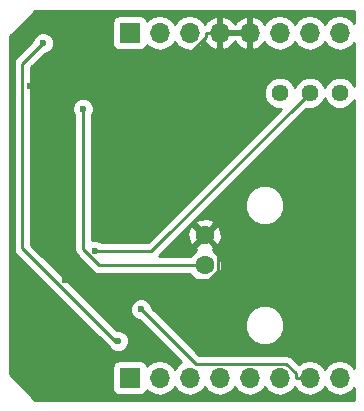
<source format=gbl>
G04 #@! TF.FileFunction,Copper,L2,Bot,Signal*
%FSLAX46Y46*%
G04 Gerber Fmt 4.6, Leading zero omitted, Abs format (unit mm)*
G04 Created by KiCad (PCBNEW 4.0.7-e2-6376~58~ubuntu17.04.1) date Wed Oct  4 03:32:47 2017*
%MOMM*%
%LPD*%
G01*
G04 APERTURE LIST*
%ADD10C,0.100000*%
%ADD11C,1.600000*%
%ADD12R,1.700000X1.700000*%
%ADD13O,1.700000X1.700000*%
%ADD14C,1.440000*%
%ADD15C,0.600000*%
%ADD16C,0.250000*%
%ADD17C,0.254000*%
G04 APERTURE END LIST*
D10*
D11*
X165100000Y-108585000D03*
X165100000Y-111125000D03*
D12*
X158750000Y-120650000D03*
D13*
X161290000Y-120650000D03*
X163830000Y-120650000D03*
X166370000Y-120650000D03*
X168910000Y-120650000D03*
X171450000Y-120650000D03*
X173990000Y-120650000D03*
X176530000Y-120650000D03*
D12*
X158750000Y-91440000D03*
D13*
X161290000Y-91440000D03*
X163830000Y-91440000D03*
X166370000Y-91440000D03*
X168910000Y-91440000D03*
X171450000Y-91440000D03*
X173990000Y-91440000D03*
X176530000Y-91440000D03*
D14*
X176530000Y-96520000D03*
X173990000Y-96520000D03*
X171450000Y-96520000D03*
D15*
X159727300Y-114864400D03*
X153295400Y-112404700D03*
X150308200Y-95985100D03*
X155844300Y-109904800D03*
X154799700Y-97872500D03*
X157780600Y-117551600D03*
X151431200Y-92307700D03*
D16*
X173990000Y-120650000D02*
X172814700Y-120650000D01*
X164337600Y-119474700D02*
X159727300Y-114864400D01*
X172006800Y-119474700D02*
X164337600Y-119474700D01*
X172814700Y-120282600D02*
X172006800Y-119474700D01*
X172814700Y-120650000D02*
X172814700Y-120282600D01*
X168910000Y-91440000D02*
X166370000Y-91440000D01*
X161016900Y-95985100D02*
X150308200Y-95985100D01*
X165194700Y-91807300D02*
X161016900Y-95985100D01*
X165194700Y-91440000D02*
X165194700Y-91807300D01*
X166370000Y-91440000D02*
X165194700Y-91440000D01*
X165446000Y-112404700D02*
X153295400Y-112404700D01*
X166236100Y-111614600D02*
X165446000Y-112404700D01*
X166236100Y-109721100D02*
X166236100Y-111614600D01*
X165100000Y-108585000D02*
X166236100Y-109721100D01*
X160605200Y-109904800D02*
X155844300Y-109904800D01*
X173990000Y-96520000D02*
X160605200Y-109904800D01*
X156180200Y-111125000D02*
X165100000Y-111125000D01*
X154799700Y-109744500D02*
X156180200Y-111125000D01*
X154799700Y-97872500D02*
X154799700Y-109744500D01*
X157547800Y-117551600D02*
X157780600Y-117551600D01*
X149682900Y-109686700D02*
X157547800Y-117551600D01*
X149682900Y-94056000D02*
X149682900Y-109686700D01*
X151431200Y-92307700D02*
X149682900Y-94056000D01*
D17*
G36*
X177750000Y-90615196D02*
X177580054Y-90360853D01*
X177098285Y-90038946D01*
X176530000Y-89925907D01*
X175961715Y-90038946D01*
X175479946Y-90360853D01*
X175260000Y-90690026D01*
X175040054Y-90360853D01*
X174558285Y-90038946D01*
X173990000Y-89925907D01*
X173421715Y-90038946D01*
X172939946Y-90360853D01*
X172720000Y-90690026D01*
X172500054Y-90360853D01*
X172018285Y-90038946D01*
X171450000Y-89925907D01*
X170881715Y-90038946D01*
X170399946Y-90360853D01*
X170172298Y-90701553D01*
X170105183Y-90558642D01*
X169676924Y-90168355D01*
X169266890Y-89998524D01*
X169037000Y-90119845D01*
X169037000Y-91313000D01*
X169057000Y-91313000D01*
X169057000Y-91567000D01*
X169037000Y-91567000D01*
X169037000Y-92760155D01*
X169266890Y-92881476D01*
X169676924Y-92711645D01*
X170105183Y-92321358D01*
X170172298Y-92178447D01*
X170399946Y-92519147D01*
X170881715Y-92841054D01*
X171450000Y-92954093D01*
X172018285Y-92841054D01*
X172500054Y-92519147D01*
X172720000Y-92189974D01*
X172939946Y-92519147D01*
X173421715Y-92841054D01*
X173990000Y-92954093D01*
X174558285Y-92841054D01*
X175040054Y-92519147D01*
X175260000Y-92189974D01*
X175479946Y-92519147D01*
X175961715Y-92841054D01*
X176530000Y-92954093D01*
X177098285Y-92841054D01*
X177580054Y-92519147D01*
X177750000Y-92264804D01*
X177750000Y-95924363D01*
X177679383Y-95753457D01*
X177298548Y-95371957D01*
X176800709Y-95165236D01*
X176261656Y-95164765D01*
X175763457Y-95370617D01*
X175381957Y-95751452D01*
X175259955Y-96045264D01*
X175139383Y-95753457D01*
X174758548Y-95371957D01*
X174260709Y-95165236D01*
X173721656Y-95164765D01*
X173223457Y-95370617D01*
X172841957Y-95751452D01*
X172719955Y-96045264D01*
X172599383Y-95753457D01*
X172218548Y-95371957D01*
X171720709Y-95165236D01*
X171181656Y-95164765D01*
X170683457Y-95370617D01*
X170301957Y-95751452D01*
X170095236Y-96249291D01*
X170094765Y-96788344D01*
X170300617Y-97286543D01*
X170681452Y-97668043D01*
X171179291Y-97874764D01*
X171560101Y-97875097D01*
X160290398Y-109144800D01*
X156406763Y-109144800D01*
X156374627Y-109112608D01*
X156031099Y-108969962D01*
X155659133Y-108969638D01*
X155559700Y-109010723D01*
X155559700Y-98434963D01*
X155591892Y-98402827D01*
X155734538Y-98059299D01*
X155734862Y-97687333D01*
X155592817Y-97343557D01*
X155330027Y-97080308D01*
X154986499Y-96937662D01*
X154614533Y-96937338D01*
X154270757Y-97079383D01*
X154007508Y-97342173D01*
X153864862Y-97685701D01*
X153864538Y-98057667D01*
X154006583Y-98401443D01*
X154039700Y-98434618D01*
X154039700Y-109744500D01*
X154097552Y-110035339D01*
X154262299Y-110281901D01*
X155642799Y-111662401D01*
X155889361Y-111827148D01*
X156180200Y-111885000D01*
X163861354Y-111885000D01*
X163882757Y-111936800D01*
X164286077Y-112340824D01*
X164813309Y-112559750D01*
X165384187Y-112560248D01*
X165911800Y-112342243D01*
X166315824Y-111938923D01*
X166534750Y-111411691D01*
X166535248Y-110840813D01*
X166317243Y-110313200D01*
X165913923Y-109909176D01*
X165799232Y-109861552D01*
X165854005Y-109838864D01*
X165928139Y-109592745D01*
X165100000Y-108764605D01*
X164271861Y-109592745D01*
X164345995Y-109838864D01*
X164404254Y-109859805D01*
X164288200Y-109907757D01*
X163884176Y-110311077D01*
X163861785Y-110365000D01*
X161219802Y-110365000D01*
X163216579Y-108368223D01*
X163653035Y-108368223D01*
X163680222Y-108938454D01*
X163846136Y-109339005D01*
X164092255Y-109413139D01*
X164920395Y-108585000D01*
X165279605Y-108585000D01*
X166107745Y-109413139D01*
X166353864Y-109339005D01*
X166546965Y-108801777D01*
X166519778Y-108231546D01*
X166353864Y-107830995D01*
X166107745Y-107756861D01*
X165279605Y-108585000D01*
X164920395Y-108585000D01*
X164092255Y-107756861D01*
X163846136Y-107830995D01*
X163653035Y-108368223D01*
X163216579Y-108368223D01*
X164007547Y-107577255D01*
X164271861Y-107577255D01*
X165100000Y-108405395D01*
X165928139Y-107577255D01*
X165854005Y-107331136D01*
X165316777Y-107138035D01*
X164746546Y-107165222D01*
X164345995Y-107331136D01*
X164271861Y-107577255D01*
X164007547Y-107577255D01*
X165207095Y-106377707D01*
X168499709Y-106377707D01*
X168754935Y-106995400D01*
X169227114Y-107468404D01*
X169844361Y-107724708D01*
X170512707Y-107725291D01*
X171130400Y-107470065D01*
X171603404Y-106997886D01*
X171859708Y-106380639D01*
X171860291Y-105712293D01*
X171605065Y-105094600D01*
X171132886Y-104621596D01*
X170515639Y-104365292D01*
X169847293Y-104364709D01*
X169229600Y-104619935D01*
X168756596Y-105092114D01*
X168500292Y-105709361D01*
X168499709Y-106377707D01*
X165207095Y-106377707D01*
X173712753Y-97872049D01*
X173719291Y-97874764D01*
X174258344Y-97875235D01*
X174756543Y-97669383D01*
X175138043Y-97288548D01*
X175260045Y-96994736D01*
X175380617Y-97286543D01*
X175761452Y-97668043D01*
X176259291Y-97874764D01*
X176798344Y-97875235D01*
X177296543Y-97669383D01*
X177678043Y-97288548D01*
X177750000Y-97115256D01*
X177750000Y-119825196D01*
X177580054Y-119570853D01*
X177098285Y-119248946D01*
X176530000Y-119135907D01*
X175961715Y-119248946D01*
X175479946Y-119570853D01*
X175260000Y-119900026D01*
X175040054Y-119570853D01*
X174558285Y-119248946D01*
X173990000Y-119135907D01*
X173421715Y-119248946D01*
X173082502Y-119475600D01*
X172544201Y-118937299D01*
X172297639Y-118772552D01*
X172006800Y-118714700D01*
X164652402Y-118714700D01*
X162475409Y-116537707D01*
X168499709Y-116537707D01*
X168754935Y-117155400D01*
X169227114Y-117628404D01*
X169844361Y-117884708D01*
X170512707Y-117885291D01*
X171130400Y-117630065D01*
X171603404Y-117157886D01*
X171859708Y-116540639D01*
X171860291Y-115872293D01*
X171605065Y-115254600D01*
X171132886Y-114781596D01*
X170515639Y-114525292D01*
X169847293Y-114524709D01*
X169229600Y-114779935D01*
X168756596Y-115252114D01*
X168500292Y-115869361D01*
X168499709Y-116537707D01*
X162475409Y-116537707D01*
X160662422Y-114724720D01*
X160662462Y-114679233D01*
X160520417Y-114335457D01*
X160257627Y-114072208D01*
X159914099Y-113929562D01*
X159542133Y-113929238D01*
X159198357Y-114071283D01*
X158935108Y-114334073D01*
X158792462Y-114677601D01*
X158792138Y-115049567D01*
X158934183Y-115393343D01*
X159196973Y-115656592D01*
X159540501Y-115799238D01*
X159587377Y-115799279D01*
X163127034Y-119338936D01*
X162779946Y-119570853D01*
X162560000Y-119900026D01*
X162340054Y-119570853D01*
X161858285Y-119248946D01*
X161290000Y-119135907D01*
X160721715Y-119248946D01*
X160239946Y-119570853D01*
X160212150Y-119612452D01*
X160203162Y-119564683D01*
X160064090Y-119348559D01*
X159851890Y-119203569D01*
X159600000Y-119152560D01*
X157900000Y-119152560D01*
X157664683Y-119196838D01*
X157448559Y-119335910D01*
X157303569Y-119548110D01*
X157252560Y-119800000D01*
X157252560Y-121500000D01*
X157296838Y-121735317D01*
X157435910Y-121951441D01*
X157648110Y-122096431D01*
X157900000Y-122147440D01*
X159600000Y-122147440D01*
X159835317Y-122103162D01*
X160051441Y-121964090D01*
X160196431Y-121751890D01*
X160210086Y-121684459D01*
X160239946Y-121729147D01*
X160721715Y-122051054D01*
X161290000Y-122164093D01*
X161858285Y-122051054D01*
X162340054Y-121729147D01*
X162560000Y-121399974D01*
X162779946Y-121729147D01*
X163261715Y-122051054D01*
X163830000Y-122164093D01*
X164398285Y-122051054D01*
X164880054Y-121729147D01*
X165100000Y-121399974D01*
X165319946Y-121729147D01*
X165801715Y-122051054D01*
X166370000Y-122164093D01*
X166938285Y-122051054D01*
X167420054Y-121729147D01*
X167640000Y-121399974D01*
X167859946Y-121729147D01*
X168341715Y-122051054D01*
X168910000Y-122164093D01*
X169478285Y-122051054D01*
X169960054Y-121729147D01*
X170180000Y-121399974D01*
X170399946Y-121729147D01*
X170881715Y-122051054D01*
X171450000Y-122164093D01*
X172018285Y-122051054D01*
X172500054Y-121729147D01*
X172720000Y-121399974D01*
X172939946Y-121729147D01*
X173421715Y-122051054D01*
X173990000Y-122164093D01*
X174558285Y-122051054D01*
X175040054Y-121729147D01*
X175260000Y-121399974D01*
X175479946Y-121729147D01*
X175961715Y-122051054D01*
X176530000Y-122164093D01*
X177098285Y-122051054D01*
X177580054Y-121729147D01*
X177750000Y-121474804D01*
X177750000Y-122505000D01*
X150778736Y-122505000D01*
X148640000Y-120366264D01*
X148640000Y-94056000D01*
X148922900Y-94056000D01*
X148922900Y-109686700D01*
X148980752Y-109977539D01*
X149145499Y-110224101D01*
X156977303Y-118055905D01*
X156987483Y-118080543D01*
X157250273Y-118343792D01*
X157593801Y-118486438D01*
X157965767Y-118486762D01*
X158309543Y-118344717D01*
X158572792Y-118081927D01*
X158715438Y-117738399D01*
X158715762Y-117366433D01*
X158573717Y-117022657D01*
X158310927Y-116759408D01*
X157967399Y-116616762D01*
X157687520Y-116616518D01*
X150442900Y-109371898D01*
X150442900Y-94370802D01*
X151570880Y-93242822D01*
X151616367Y-93242862D01*
X151960143Y-93100817D01*
X152223392Y-92838027D01*
X152366038Y-92494499D01*
X152366362Y-92122533D01*
X152224317Y-91778757D01*
X151961527Y-91515508D01*
X151617999Y-91372862D01*
X151246033Y-91372538D01*
X150902257Y-91514583D01*
X150639008Y-91777373D01*
X150496362Y-92120901D01*
X150496321Y-92167777D01*
X149145499Y-93518599D01*
X148980752Y-93765161D01*
X148922900Y-94056000D01*
X148640000Y-94056000D01*
X148640000Y-91723736D01*
X149773736Y-90590000D01*
X157252560Y-90590000D01*
X157252560Y-92290000D01*
X157296838Y-92525317D01*
X157435910Y-92741441D01*
X157648110Y-92886431D01*
X157900000Y-92937440D01*
X159600000Y-92937440D01*
X159835317Y-92893162D01*
X160051441Y-92754090D01*
X160196431Y-92541890D01*
X160210086Y-92474459D01*
X160239946Y-92519147D01*
X160721715Y-92841054D01*
X161290000Y-92954093D01*
X161858285Y-92841054D01*
X162340054Y-92519147D01*
X162560000Y-92189974D01*
X162779946Y-92519147D01*
X163261715Y-92841054D01*
X163830000Y-92954093D01*
X164398285Y-92841054D01*
X164880054Y-92519147D01*
X165107702Y-92178447D01*
X165174817Y-92321358D01*
X165603076Y-92711645D01*
X166013110Y-92881476D01*
X166243000Y-92760155D01*
X166243000Y-91567000D01*
X166497000Y-91567000D01*
X166497000Y-92760155D01*
X166726890Y-92881476D01*
X167136924Y-92711645D01*
X167565183Y-92321358D01*
X167640000Y-92162046D01*
X167714817Y-92321358D01*
X168143076Y-92711645D01*
X168553110Y-92881476D01*
X168783000Y-92760155D01*
X168783000Y-91567000D01*
X166497000Y-91567000D01*
X166243000Y-91567000D01*
X166223000Y-91567000D01*
X166223000Y-91313000D01*
X166243000Y-91313000D01*
X166243000Y-90119845D01*
X166497000Y-90119845D01*
X166497000Y-91313000D01*
X168783000Y-91313000D01*
X168783000Y-90119845D01*
X168553110Y-89998524D01*
X168143076Y-90168355D01*
X167714817Y-90558642D01*
X167640000Y-90717954D01*
X167565183Y-90558642D01*
X167136924Y-90168355D01*
X166726890Y-89998524D01*
X166497000Y-90119845D01*
X166243000Y-90119845D01*
X166013110Y-89998524D01*
X165603076Y-90168355D01*
X165174817Y-90558642D01*
X165107702Y-90701553D01*
X164880054Y-90360853D01*
X164398285Y-90038946D01*
X163830000Y-89925907D01*
X163261715Y-90038946D01*
X162779946Y-90360853D01*
X162560000Y-90690026D01*
X162340054Y-90360853D01*
X161858285Y-90038946D01*
X161290000Y-89925907D01*
X160721715Y-90038946D01*
X160239946Y-90360853D01*
X160212150Y-90402452D01*
X160203162Y-90354683D01*
X160064090Y-90138559D01*
X159851890Y-89993569D01*
X159600000Y-89942560D01*
X157900000Y-89942560D01*
X157664683Y-89986838D01*
X157448559Y-90125910D01*
X157303569Y-90338110D01*
X157252560Y-90590000D01*
X149773736Y-90590000D01*
X150778736Y-89585000D01*
X177750000Y-89585000D01*
X177750000Y-90615196D01*
X177750000Y-90615196D01*
G37*
X177750000Y-90615196D02*
X177580054Y-90360853D01*
X177098285Y-90038946D01*
X176530000Y-89925907D01*
X175961715Y-90038946D01*
X175479946Y-90360853D01*
X175260000Y-90690026D01*
X175040054Y-90360853D01*
X174558285Y-90038946D01*
X173990000Y-89925907D01*
X173421715Y-90038946D01*
X172939946Y-90360853D01*
X172720000Y-90690026D01*
X172500054Y-90360853D01*
X172018285Y-90038946D01*
X171450000Y-89925907D01*
X170881715Y-90038946D01*
X170399946Y-90360853D01*
X170172298Y-90701553D01*
X170105183Y-90558642D01*
X169676924Y-90168355D01*
X169266890Y-89998524D01*
X169037000Y-90119845D01*
X169037000Y-91313000D01*
X169057000Y-91313000D01*
X169057000Y-91567000D01*
X169037000Y-91567000D01*
X169037000Y-92760155D01*
X169266890Y-92881476D01*
X169676924Y-92711645D01*
X170105183Y-92321358D01*
X170172298Y-92178447D01*
X170399946Y-92519147D01*
X170881715Y-92841054D01*
X171450000Y-92954093D01*
X172018285Y-92841054D01*
X172500054Y-92519147D01*
X172720000Y-92189974D01*
X172939946Y-92519147D01*
X173421715Y-92841054D01*
X173990000Y-92954093D01*
X174558285Y-92841054D01*
X175040054Y-92519147D01*
X175260000Y-92189974D01*
X175479946Y-92519147D01*
X175961715Y-92841054D01*
X176530000Y-92954093D01*
X177098285Y-92841054D01*
X177580054Y-92519147D01*
X177750000Y-92264804D01*
X177750000Y-95924363D01*
X177679383Y-95753457D01*
X177298548Y-95371957D01*
X176800709Y-95165236D01*
X176261656Y-95164765D01*
X175763457Y-95370617D01*
X175381957Y-95751452D01*
X175259955Y-96045264D01*
X175139383Y-95753457D01*
X174758548Y-95371957D01*
X174260709Y-95165236D01*
X173721656Y-95164765D01*
X173223457Y-95370617D01*
X172841957Y-95751452D01*
X172719955Y-96045264D01*
X172599383Y-95753457D01*
X172218548Y-95371957D01*
X171720709Y-95165236D01*
X171181656Y-95164765D01*
X170683457Y-95370617D01*
X170301957Y-95751452D01*
X170095236Y-96249291D01*
X170094765Y-96788344D01*
X170300617Y-97286543D01*
X170681452Y-97668043D01*
X171179291Y-97874764D01*
X171560101Y-97875097D01*
X160290398Y-109144800D01*
X156406763Y-109144800D01*
X156374627Y-109112608D01*
X156031099Y-108969962D01*
X155659133Y-108969638D01*
X155559700Y-109010723D01*
X155559700Y-98434963D01*
X155591892Y-98402827D01*
X155734538Y-98059299D01*
X155734862Y-97687333D01*
X155592817Y-97343557D01*
X155330027Y-97080308D01*
X154986499Y-96937662D01*
X154614533Y-96937338D01*
X154270757Y-97079383D01*
X154007508Y-97342173D01*
X153864862Y-97685701D01*
X153864538Y-98057667D01*
X154006583Y-98401443D01*
X154039700Y-98434618D01*
X154039700Y-109744500D01*
X154097552Y-110035339D01*
X154262299Y-110281901D01*
X155642799Y-111662401D01*
X155889361Y-111827148D01*
X156180200Y-111885000D01*
X163861354Y-111885000D01*
X163882757Y-111936800D01*
X164286077Y-112340824D01*
X164813309Y-112559750D01*
X165384187Y-112560248D01*
X165911800Y-112342243D01*
X166315824Y-111938923D01*
X166534750Y-111411691D01*
X166535248Y-110840813D01*
X166317243Y-110313200D01*
X165913923Y-109909176D01*
X165799232Y-109861552D01*
X165854005Y-109838864D01*
X165928139Y-109592745D01*
X165100000Y-108764605D01*
X164271861Y-109592745D01*
X164345995Y-109838864D01*
X164404254Y-109859805D01*
X164288200Y-109907757D01*
X163884176Y-110311077D01*
X163861785Y-110365000D01*
X161219802Y-110365000D01*
X163216579Y-108368223D01*
X163653035Y-108368223D01*
X163680222Y-108938454D01*
X163846136Y-109339005D01*
X164092255Y-109413139D01*
X164920395Y-108585000D01*
X165279605Y-108585000D01*
X166107745Y-109413139D01*
X166353864Y-109339005D01*
X166546965Y-108801777D01*
X166519778Y-108231546D01*
X166353864Y-107830995D01*
X166107745Y-107756861D01*
X165279605Y-108585000D01*
X164920395Y-108585000D01*
X164092255Y-107756861D01*
X163846136Y-107830995D01*
X163653035Y-108368223D01*
X163216579Y-108368223D01*
X164007547Y-107577255D01*
X164271861Y-107577255D01*
X165100000Y-108405395D01*
X165928139Y-107577255D01*
X165854005Y-107331136D01*
X165316777Y-107138035D01*
X164746546Y-107165222D01*
X164345995Y-107331136D01*
X164271861Y-107577255D01*
X164007547Y-107577255D01*
X165207095Y-106377707D01*
X168499709Y-106377707D01*
X168754935Y-106995400D01*
X169227114Y-107468404D01*
X169844361Y-107724708D01*
X170512707Y-107725291D01*
X171130400Y-107470065D01*
X171603404Y-106997886D01*
X171859708Y-106380639D01*
X171860291Y-105712293D01*
X171605065Y-105094600D01*
X171132886Y-104621596D01*
X170515639Y-104365292D01*
X169847293Y-104364709D01*
X169229600Y-104619935D01*
X168756596Y-105092114D01*
X168500292Y-105709361D01*
X168499709Y-106377707D01*
X165207095Y-106377707D01*
X173712753Y-97872049D01*
X173719291Y-97874764D01*
X174258344Y-97875235D01*
X174756543Y-97669383D01*
X175138043Y-97288548D01*
X175260045Y-96994736D01*
X175380617Y-97286543D01*
X175761452Y-97668043D01*
X176259291Y-97874764D01*
X176798344Y-97875235D01*
X177296543Y-97669383D01*
X177678043Y-97288548D01*
X177750000Y-97115256D01*
X177750000Y-119825196D01*
X177580054Y-119570853D01*
X177098285Y-119248946D01*
X176530000Y-119135907D01*
X175961715Y-119248946D01*
X175479946Y-119570853D01*
X175260000Y-119900026D01*
X175040054Y-119570853D01*
X174558285Y-119248946D01*
X173990000Y-119135907D01*
X173421715Y-119248946D01*
X173082502Y-119475600D01*
X172544201Y-118937299D01*
X172297639Y-118772552D01*
X172006800Y-118714700D01*
X164652402Y-118714700D01*
X162475409Y-116537707D01*
X168499709Y-116537707D01*
X168754935Y-117155400D01*
X169227114Y-117628404D01*
X169844361Y-117884708D01*
X170512707Y-117885291D01*
X171130400Y-117630065D01*
X171603404Y-117157886D01*
X171859708Y-116540639D01*
X171860291Y-115872293D01*
X171605065Y-115254600D01*
X171132886Y-114781596D01*
X170515639Y-114525292D01*
X169847293Y-114524709D01*
X169229600Y-114779935D01*
X168756596Y-115252114D01*
X168500292Y-115869361D01*
X168499709Y-116537707D01*
X162475409Y-116537707D01*
X160662422Y-114724720D01*
X160662462Y-114679233D01*
X160520417Y-114335457D01*
X160257627Y-114072208D01*
X159914099Y-113929562D01*
X159542133Y-113929238D01*
X159198357Y-114071283D01*
X158935108Y-114334073D01*
X158792462Y-114677601D01*
X158792138Y-115049567D01*
X158934183Y-115393343D01*
X159196973Y-115656592D01*
X159540501Y-115799238D01*
X159587377Y-115799279D01*
X163127034Y-119338936D01*
X162779946Y-119570853D01*
X162560000Y-119900026D01*
X162340054Y-119570853D01*
X161858285Y-119248946D01*
X161290000Y-119135907D01*
X160721715Y-119248946D01*
X160239946Y-119570853D01*
X160212150Y-119612452D01*
X160203162Y-119564683D01*
X160064090Y-119348559D01*
X159851890Y-119203569D01*
X159600000Y-119152560D01*
X157900000Y-119152560D01*
X157664683Y-119196838D01*
X157448559Y-119335910D01*
X157303569Y-119548110D01*
X157252560Y-119800000D01*
X157252560Y-121500000D01*
X157296838Y-121735317D01*
X157435910Y-121951441D01*
X157648110Y-122096431D01*
X157900000Y-122147440D01*
X159600000Y-122147440D01*
X159835317Y-122103162D01*
X160051441Y-121964090D01*
X160196431Y-121751890D01*
X160210086Y-121684459D01*
X160239946Y-121729147D01*
X160721715Y-122051054D01*
X161290000Y-122164093D01*
X161858285Y-122051054D01*
X162340054Y-121729147D01*
X162560000Y-121399974D01*
X162779946Y-121729147D01*
X163261715Y-122051054D01*
X163830000Y-122164093D01*
X164398285Y-122051054D01*
X164880054Y-121729147D01*
X165100000Y-121399974D01*
X165319946Y-121729147D01*
X165801715Y-122051054D01*
X166370000Y-122164093D01*
X166938285Y-122051054D01*
X167420054Y-121729147D01*
X167640000Y-121399974D01*
X167859946Y-121729147D01*
X168341715Y-122051054D01*
X168910000Y-122164093D01*
X169478285Y-122051054D01*
X169960054Y-121729147D01*
X170180000Y-121399974D01*
X170399946Y-121729147D01*
X170881715Y-122051054D01*
X171450000Y-122164093D01*
X172018285Y-122051054D01*
X172500054Y-121729147D01*
X172720000Y-121399974D01*
X172939946Y-121729147D01*
X173421715Y-122051054D01*
X173990000Y-122164093D01*
X174558285Y-122051054D01*
X175040054Y-121729147D01*
X175260000Y-121399974D01*
X175479946Y-121729147D01*
X175961715Y-122051054D01*
X176530000Y-122164093D01*
X177098285Y-122051054D01*
X177580054Y-121729147D01*
X177750000Y-121474804D01*
X177750000Y-122505000D01*
X150778736Y-122505000D01*
X148640000Y-120366264D01*
X148640000Y-94056000D01*
X148922900Y-94056000D01*
X148922900Y-109686700D01*
X148980752Y-109977539D01*
X149145499Y-110224101D01*
X156977303Y-118055905D01*
X156987483Y-118080543D01*
X157250273Y-118343792D01*
X157593801Y-118486438D01*
X157965767Y-118486762D01*
X158309543Y-118344717D01*
X158572792Y-118081927D01*
X158715438Y-117738399D01*
X158715762Y-117366433D01*
X158573717Y-117022657D01*
X158310927Y-116759408D01*
X157967399Y-116616762D01*
X157687520Y-116616518D01*
X150442900Y-109371898D01*
X150442900Y-94370802D01*
X151570880Y-93242822D01*
X151616367Y-93242862D01*
X151960143Y-93100817D01*
X152223392Y-92838027D01*
X152366038Y-92494499D01*
X152366362Y-92122533D01*
X152224317Y-91778757D01*
X151961527Y-91515508D01*
X151617999Y-91372862D01*
X151246033Y-91372538D01*
X150902257Y-91514583D01*
X150639008Y-91777373D01*
X150496362Y-92120901D01*
X150496321Y-92167777D01*
X149145499Y-93518599D01*
X148980752Y-93765161D01*
X148922900Y-94056000D01*
X148640000Y-94056000D01*
X148640000Y-91723736D01*
X149773736Y-90590000D01*
X157252560Y-90590000D01*
X157252560Y-92290000D01*
X157296838Y-92525317D01*
X157435910Y-92741441D01*
X157648110Y-92886431D01*
X157900000Y-92937440D01*
X159600000Y-92937440D01*
X159835317Y-92893162D01*
X160051441Y-92754090D01*
X160196431Y-92541890D01*
X160210086Y-92474459D01*
X160239946Y-92519147D01*
X160721715Y-92841054D01*
X161290000Y-92954093D01*
X161858285Y-92841054D01*
X162340054Y-92519147D01*
X162560000Y-92189974D01*
X162779946Y-92519147D01*
X163261715Y-92841054D01*
X163830000Y-92954093D01*
X164398285Y-92841054D01*
X164880054Y-92519147D01*
X165107702Y-92178447D01*
X165174817Y-92321358D01*
X165603076Y-92711645D01*
X166013110Y-92881476D01*
X166243000Y-92760155D01*
X166243000Y-91567000D01*
X166497000Y-91567000D01*
X166497000Y-92760155D01*
X166726890Y-92881476D01*
X167136924Y-92711645D01*
X167565183Y-92321358D01*
X167640000Y-92162046D01*
X167714817Y-92321358D01*
X168143076Y-92711645D01*
X168553110Y-92881476D01*
X168783000Y-92760155D01*
X168783000Y-91567000D01*
X166497000Y-91567000D01*
X166243000Y-91567000D01*
X166223000Y-91567000D01*
X166223000Y-91313000D01*
X166243000Y-91313000D01*
X166243000Y-90119845D01*
X166497000Y-90119845D01*
X166497000Y-91313000D01*
X168783000Y-91313000D01*
X168783000Y-90119845D01*
X168553110Y-89998524D01*
X168143076Y-90168355D01*
X167714817Y-90558642D01*
X167640000Y-90717954D01*
X167565183Y-90558642D01*
X167136924Y-90168355D01*
X166726890Y-89998524D01*
X166497000Y-90119845D01*
X166243000Y-90119845D01*
X166013110Y-89998524D01*
X165603076Y-90168355D01*
X165174817Y-90558642D01*
X165107702Y-90701553D01*
X164880054Y-90360853D01*
X164398285Y-90038946D01*
X163830000Y-89925907D01*
X163261715Y-90038946D01*
X162779946Y-90360853D01*
X162560000Y-90690026D01*
X162340054Y-90360853D01*
X161858285Y-90038946D01*
X161290000Y-89925907D01*
X160721715Y-90038946D01*
X160239946Y-90360853D01*
X160212150Y-90402452D01*
X160203162Y-90354683D01*
X160064090Y-90138559D01*
X159851890Y-89993569D01*
X159600000Y-89942560D01*
X157900000Y-89942560D01*
X157664683Y-89986838D01*
X157448559Y-90125910D01*
X157303569Y-90338110D01*
X157252560Y-90590000D01*
X149773736Y-90590000D01*
X150778736Y-89585000D01*
X177750000Y-89585000D01*
X177750000Y-90615196D01*
M02*

</source>
